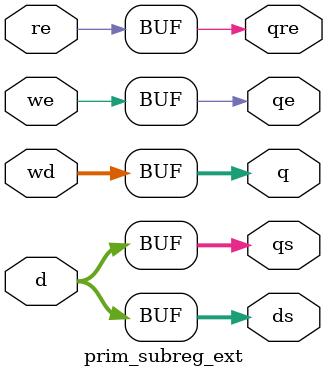
<source format=v>
module prim_subreg_ext (
	re,
	we,
	wd,
	d,
	qe,
	qre,
	q,
	ds,
	qs
);
	parameter [31:0] DW = 32;
	input re;
	input we;
	input [DW - 1:0] wd;
	input [DW - 1:0] d;
	output wire qe;
	output wire qre;
	output wire [DW - 1:0] q;
	output wire [DW - 1:0] ds;
	output wire [DW - 1:0] qs;
	assign ds = d;
	assign qs = d;
	assign q = wd;
	assign qe = we;
	assign qre = re;
endmodule

</source>
